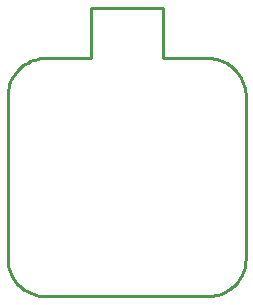
<source format=gm1>
%FSTAX44Y44*%
%MOMM*%
%SFA1B1*%

%IPPOS*%
%ADD30C,0.253999*%
%LNpcb1-1*%
%LPD*%
G54D30*
X0Y00169365D02*
D01*
X-00002248Y00169287*
X-00004486Y00169052*
X-00006702Y00168661*
X-00008885Y00168117*
X-00011025Y00167421*
X-00013111Y00166578*
X-00015134Y00165592*
X-00017082Y00164467*
X-00018948Y00163209*
X-00020721Y00161823*
X-00022393Y00160318*
X-00023956Y00158699*
X-00025403Y00156976*
X-00026725Y00155155*
X-00027917Y00153247*
X-00028974Y0015126*
X-00029889Y00149205*
X-00030659Y0014709*
X-00031279Y00144927*
X-00031747Y00142726*
X-0003206Y00140498*
X-00032217Y00138253*
X-00032236Y00137128*
X00169365D02*
D01*
X00169287Y00139377*
X00169052Y00141615*
X00168661Y00143831*
X00168117Y00146014*
X00167421Y00148154*
X00166578Y0015024*
X00165592Y00152263*
X00164467Y00154211*
X00163209Y00156077*
X00161823Y0015785*
X00160318Y00159522*
X00158699Y00161085*
X00156976Y00162532*
X00155155Y00163854*
X00153247Y00165046*
X0015126Y00166103*
X00149205Y00167018*
X0014709Y00167788*
X00144927Y00168408*
X00142726Y00168876*
X00140498Y00169189*
X00138253Y00169346*
X00137128Y00169365*
Y-00032236D02*
D01*
X00139377Y-00032158*
X00141615Y-00031923*
X00143831Y-00031532*
X00146014Y-00030988*
X00148154Y-00030292*
X0015024Y-00029449*
X00152263Y-00028463*
X00154211Y-00027338*
X00156077Y-0002608*
X0015785Y-00024694*
X00159522Y-00023189*
X00161085Y-0002157*
X00162532Y-00019847*
X00163854Y-00018026*
X00165046Y-00016118*
X00166103Y-00014131*
X00167018Y-00012076*
X00167788Y-00009961*
X00168408Y-00007798*
X00168876Y-00005597*
X00169189Y-00003369*
X00169346Y-00001124*
X00169365Y0*
X-00032236D02*
D01*
X-00032158Y-00002248*
X-00031923Y-00004486*
X-00031532Y-00006702*
X-00030988Y-00008885*
X-00030292Y-00011025*
X-00029449Y-00013111*
X-00028463Y-00015134*
X-00027338Y-00017082*
X-0002608Y-00018948*
X-00024694Y-00020721*
X-00023189Y-00022393*
X-0002157Y-00023956*
X-00019847Y-00025403*
X-00018026Y-00026725*
X-00016118Y-00027917*
X-00014131Y-00028974*
X-00012076Y-00029889*
X-00009961Y-00030659*
X-00007798Y-00031279*
X-00005597Y-00031747*
X-00003369Y-0003206*
X-00001124Y-00032217*
X0Y-00032236*
X00038054Y00211379D02*
X00099073D01*
Y00169365D02*
Y00211379D01*
Y00169365D02*
X00137128D01*
X00038054D02*
Y00211379D01*
X0Y00169365D02*
X00038054D01*
X-00032236Y0D02*
Y00137128D01*
X00169365Y0D02*
Y00137128D01*
X0Y-00032236D02*
X00137128D01*
M02*
</source>
